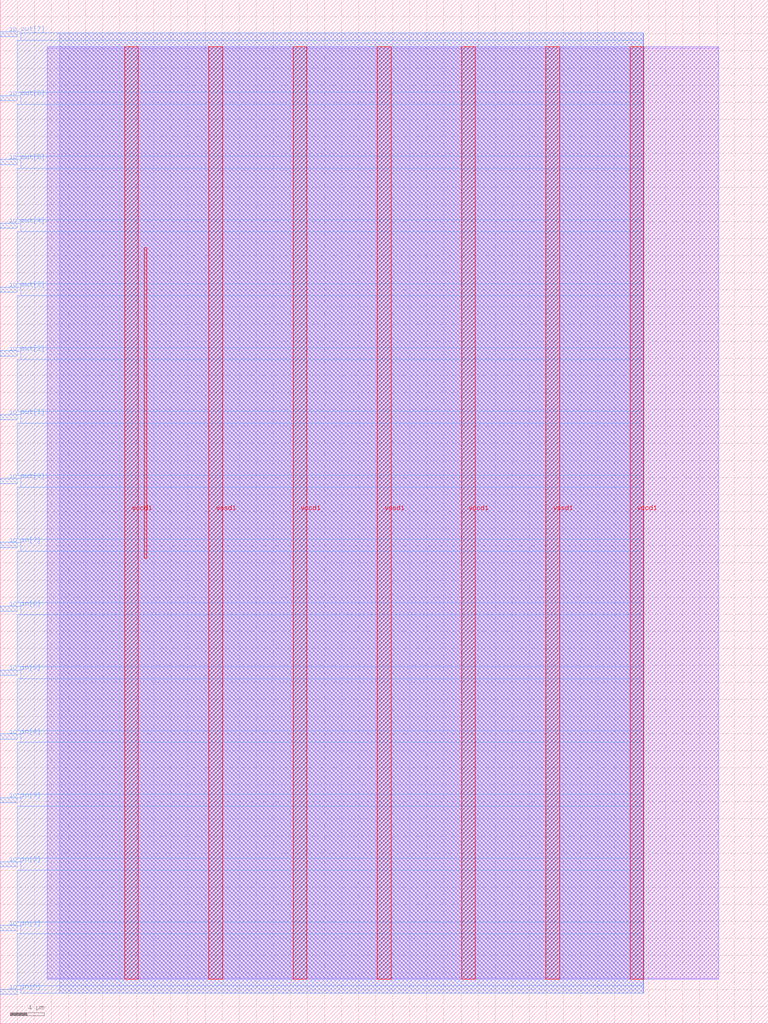
<source format=lef>
VERSION 5.7 ;
  NOWIREEXTENSIONATPIN ON ;
  DIVIDERCHAR "/" ;
  BUSBITCHARS "[]" ;
MACRO user_module_347690870424732244
  CLASS BLOCK ;
  FOREIGN user_module_347690870424732244 ;
  ORIGIN 0.000 0.000 ;
  SIZE 90.000 BY 120.000 ;
  PIN io_in[0]
    DIRECTION INPUT ;
    USE SIGNAL ;
    PORT
      LAYER met3 ;
        RECT 0.000 3.440 2.000 4.040 ;
    END
  END io_in[0]
  PIN io_in[1]
    DIRECTION INPUT ;
    USE SIGNAL ;
    PORT
      LAYER met3 ;
        RECT 0.000 10.920 2.000 11.520 ;
    END
  END io_in[1]
  PIN io_in[2]
    DIRECTION INPUT ;
    USE SIGNAL ;
    PORT
      LAYER met3 ;
        RECT 0.000 18.400 2.000 19.000 ;
    END
  END io_in[2]
  PIN io_in[3]
    DIRECTION INPUT ;
    USE SIGNAL ;
    PORT
      LAYER met3 ;
        RECT 0.000 25.880 2.000 26.480 ;
    END
  END io_in[3]
  PIN io_in[4]
    DIRECTION INPUT ;
    USE SIGNAL ;
    PORT
      LAYER met3 ;
        RECT 0.000 33.360 2.000 33.960 ;
    END
  END io_in[4]
  PIN io_in[5]
    DIRECTION INPUT ;
    USE SIGNAL ;
    PORT
      LAYER met3 ;
        RECT 0.000 40.840 2.000 41.440 ;
    END
  END io_in[5]
  PIN io_in[6]
    DIRECTION INPUT ;
    USE SIGNAL ;
    PORT
      LAYER met3 ;
        RECT 0.000 48.320 2.000 48.920 ;
    END
  END io_in[6]
  PIN io_in[7]
    DIRECTION INPUT ;
    USE SIGNAL ;
    PORT
      LAYER met3 ;
        RECT 0.000 55.800 2.000 56.400 ;
    END
  END io_in[7]
  PIN io_out[0]
    DIRECTION OUTPUT TRISTATE ;
    USE SIGNAL ;
    PORT
      LAYER met3 ;
        RECT 0.000 63.280 2.000 63.880 ;
    END
  END io_out[0]
  PIN io_out[1]
    DIRECTION OUTPUT TRISTATE ;
    USE SIGNAL ;
    PORT
      LAYER met3 ;
        RECT 0.000 70.760 2.000 71.360 ;
    END
  END io_out[1]
  PIN io_out[2]
    DIRECTION OUTPUT TRISTATE ;
    USE SIGNAL ;
    PORT
      LAYER met3 ;
        RECT 0.000 78.240 2.000 78.840 ;
    END
  END io_out[2]
  PIN io_out[3]
    DIRECTION OUTPUT TRISTATE ;
    USE SIGNAL ;
    PORT
      LAYER met3 ;
        RECT 0.000 85.720 2.000 86.320 ;
    END
  END io_out[3]
  PIN io_out[4]
    DIRECTION OUTPUT TRISTATE ;
    USE SIGNAL ;
    PORT
      LAYER met3 ;
        RECT 0.000 93.200 2.000 93.800 ;
    END
  END io_out[4]
  PIN io_out[5]
    DIRECTION OUTPUT TRISTATE ;
    USE SIGNAL ;
    PORT
      LAYER met3 ;
        RECT 0.000 100.680 2.000 101.280 ;
    END
  END io_out[5]
  PIN io_out[6]
    DIRECTION OUTPUT TRISTATE ;
    USE SIGNAL ;
    PORT
      LAYER met3 ;
        RECT 0.000 108.160 2.000 108.760 ;
    END
  END io_out[6]
  PIN io_out[7]
    DIRECTION OUTPUT TRISTATE ;
    USE SIGNAL ;
    PORT
      LAYER met3 ;
        RECT 0.000 115.640 2.000 116.240 ;
    END
  END io_out[7]
  PIN vccd1
    DIRECTION INOUT ;
    USE POWER ;
    PORT
      LAYER met4 ;
        RECT 14.590 5.200 16.190 114.480 ;
    END
    PORT
      LAYER met4 ;
        RECT 34.330 5.200 35.930 114.480 ;
    END
    PORT
      LAYER met4 ;
        RECT 54.070 5.200 55.670 114.480 ;
    END
    PORT
      LAYER met4 ;
        RECT 73.810 5.200 75.410 114.480 ;
    END
  END vccd1
  PIN vssd1
    DIRECTION INOUT ;
    USE GROUND ;
    PORT
      LAYER met4 ;
        RECT 24.460 5.200 26.060 114.480 ;
    END
    PORT
      LAYER met4 ;
        RECT 44.200 5.200 45.800 114.480 ;
    END
    PORT
      LAYER met4 ;
        RECT 63.940 5.200 65.540 114.480 ;
    END
  END vssd1
  OBS
      LAYER li1 ;
        RECT 5.520 5.355 84.180 114.325 ;
      LAYER met1 ;
        RECT 5.520 5.200 84.180 114.480 ;
      LAYER met2 ;
        RECT 6.990 3.555 75.380 116.125 ;
      LAYER met3 ;
        RECT 2.400 115.240 75.400 116.105 ;
        RECT 2.000 109.160 75.400 115.240 ;
        RECT 2.400 107.760 75.400 109.160 ;
        RECT 2.000 101.680 75.400 107.760 ;
        RECT 2.400 100.280 75.400 101.680 ;
        RECT 2.000 94.200 75.400 100.280 ;
        RECT 2.400 92.800 75.400 94.200 ;
        RECT 2.000 86.720 75.400 92.800 ;
        RECT 2.400 85.320 75.400 86.720 ;
        RECT 2.000 79.240 75.400 85.320 ;
        RECT 2.400 77.840 75.400 79.240 ;
        RECT 2.000 71.760 75.400 77.840 ;
        RECT 2.400 70.360 75.400 71.760 ;
        RECT 2.000 64.280 75.400 70.360 ;
        RECT 2.400 62.880 75.400 64.280 ;
        RECT 2.000 56.800 75.400 62.880 ;
        RECT 2.400 55.400 75.400 56.800 ;
        RECT 2.000 49.320 75.400 55.400 ;
        RECT 2.400 47.920 75.400 49.320 ;
        RECT 2.000 41.840 75.400 47.920 ;
        RECT 2.400 40.440 75.400 41.840 ;
        RECT 2.000 34.360 75.400 40.440 ;
        RECT 2.400 32.960 75.400 34.360 ;
        RECT 2.000 26.880 75.400 32.960 ;
        RECT 2.400 25.480 75.400 26.880 ;
        RECT 2.000 19.400 75.400 25.480 ;
        RECT 2.400 18.000 75.400 19.400 ;
        RECT 2.000 11.920 75.400 18.000 ;
        RECT 2.400 10.520 75.400 11.920 ;
        RECT 2.000 4.440 75.400 10.520 ;
        RECT 2.400 3.575 75.400 4.440 ;
      LAYER met4 ;
        RECT 16.855 54.575 17.185 90.945 ;
  END
END user_module_347690870424732244
END LIBRARY


</source>
